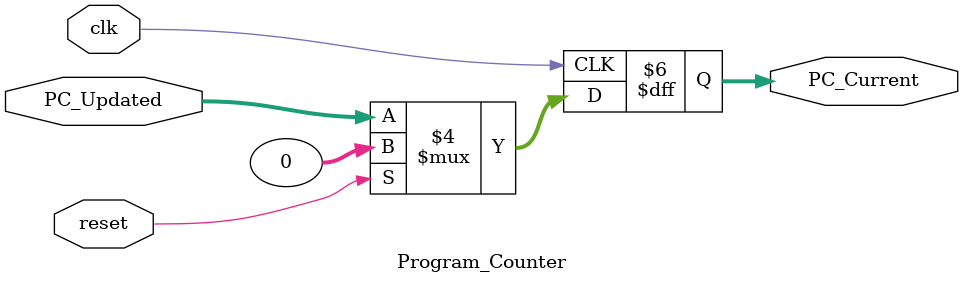
<source format=v>

module Program_Counter(
input clk,reset,
input       [31:0] PC_Updated,
output reg  [31:0] PC_Current
);

always @(posedge clk) begin
    if(reset == 1'b0)
        PC_Current <= PC_Updated;
    else 
        PC_Current <= 32'b0;
end

endmodule
</source>
